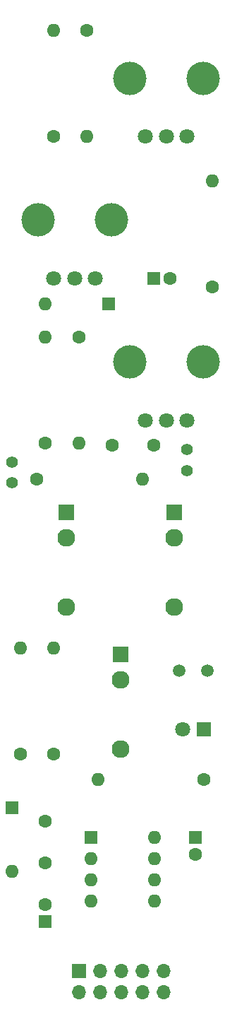
<source format=gts>
G04 #@! TF.GenerationSoftware,KiCad,Pcbnew,(5.1.9)-1*
G04 #@! TF.CreationDate,2021-10-01T15:05:00+02:00*
G04 #@! TF.ProjectId,StupidBox,53747570-6964-4426-9f78-2e6b69636164,rev?*
G04 #@! TF.SameCoordinates,Original*
G04 #@! TF.FileFunction,Soldermask,Top*
G04 #@! TF.FilePolarity,Negative*
%FSLAX46Y46*%
G04 Gerber Fmt 4.6, Leading zero omitted, Abs format (unit mm)*
G04 Created by KiCad (PCBNEW (5.1.9)-1) date 2021-10-01 15:05:00*
%MOMM*%
%LPD*%
G01*
G04 APERTURE LIST*
%ADD10C,4.000000*%
%ADD11C,1.800000*%
%ADD12O,1.600000X1.600000*%
%ADD13R,1.600000X1.600000*%
%ADD14C,1.600000*%
%ADD15C,1.500000*%
%ADD16C,2.130000*%
%ADD17R,1.930000X1.830000*%
%ADD18O,1.700000X1.700000*%
%ADD19R,1.700000X1.700000*%
%ADD20R,1.800000X1.800000*%
%ADD21C,1.400000*%
G04 APERTURE END LIST*
D10*
X54900000Y-39000000D03*
X46100000Y-39000000D03*
D11*
X53000000Y-46000000D03*
X50500000Y-46000000D03*
X48000000Y-46000000D03*
D12*
X49120000Y-130000000D03*
X41500000Y-137620000D03*
X49120000Y-132540000D03*
X41500000Y-135080000D03*
X49120000Y-135080000D03*
X41500000Y-132540000D03*
X49120000Y-137620000D03*
D13*
X41500000Y-130000000D03*
D10*
X54900000Y-73000000D03*
X46100000Y-73000000D03*
D11*
X53000000Y-80000000D03*
X50500000Y-80000000D03*
X48000000Y-80000000D03*
D12*
X56000000Y-51300000D03*
D14*
X56000000Y-64000000D03*
D12*
X41000000Y-46000000D03*
D14*
X41000000Y-33300000D03*
D12*
X42300000Y-123000000D03*
D14*
X55000000Y-123000000D03*
D15*
X52025000Y-110000000D03*
X55425000Y-110000000D03*
D12*
X37000000Y-33300000D03*
D14*
X37000000Y-46000000D03*
D12*
X40000000Y-82700000D03*
D14*
X40000000Y-70000000D03*
D12*
X36000000Y-70000000D03*
D14*
X36000000Y-82700000D03*
D12*
X37000000Y-107300000D03*
D14*
X37000000Y-120000000D03*
D12*
X47700000Y-87000000D03*
D14*
X35000000Y-87000000D03*
D12*
X33000000Y-107300000D03*
D14*
X33000000Y-120000000D03*
D16*
X45000000Y-119400000D03*
D17*
X45000000Y-108000000D03*
D16*
X45000000Y-111100000D03*
X38500000Y-102400000D03*
D17*
X38500000Y-91000000D03*
D16*
X38500000Y-94100000D03*
X51500000Y-102400000D03*
D17*
X51500000Y-91000000D03*
D16*
X51500000Y-94100000D03*
D18*
X50160000Y-148540000D03*
X50160000Y-146000000D03*
X47620000Y-148540000D03*
X47620000Y-146000000D03*
X45080000Y-148540000D03*
X45080000Y-146000000D03*
X42540000Y-148540000D03*
X42540000Y-146000000D03*
X40000000Y-148540000D03*
D19*
X40000000Y-146000000D03*
D10*
X43900000Y-56000000D03*
X35100000Y-56000000D03*
D11*
X42000000Y-63000000D03*
X39500000Y-63000000D03*
X37000000Y-63000000D03*
X52460000Y-117000000D03*
D20*
X55000000Y-117000000D03*
D12*
X36000000Y-66000000D03*
D13*
X43620000Y-66000000D03*
D12*
X32000000Y-134000000D03*
D13*
X32000000Y-126380000D03*
D21*
X53000000Y-86000000D03*
X53000000Y-83500000D03*
D14*
X44000000Y-83000000D03*
X49000000Y-83000000D03*
X51000000Y-63000000D03*
D13*
X49000000Y-63000000D03*
D14*
X36000000Y-133000000D03*
X36000000Y-128000000D03*
D21*
X32000000Y-87500000D03*
X32000000Y-85000000D03*
D14*
X36000000Y-138000000D03*
D13*
X36000000Y-140000000D03*
D14*
X54000000Y-132000000D03*
D13*
X54000000Y-130000000D03*
M02*

</source>
